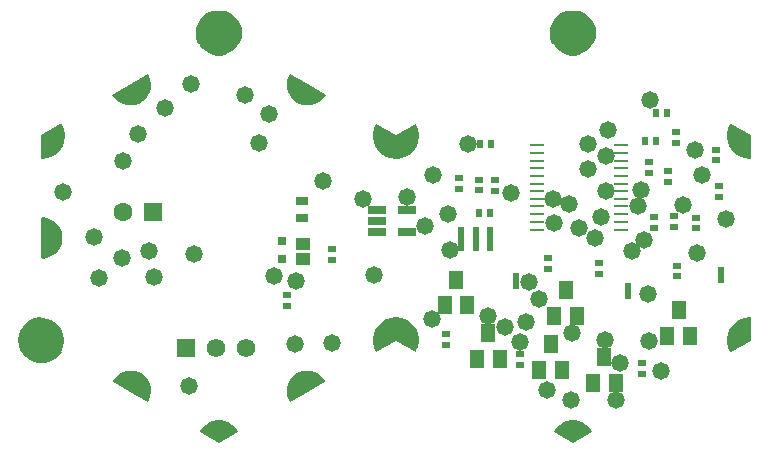
<source format=gbr>
%FSTAX23Y23*%
%MOIN*%
%SFA1B1*%

%IPPOS*%
%AMD40*
4,1,8,-0.011800,0.020500,-0.011800,0.020500,-0.020500,-0.011800,-0.020500,-0.011800,0.011900,-0.020500,0.011900,-0.020500,0.020500,0.011800,0.020500,0.011800,-0.011800,0.020500,0.0*
1,1,0.047370,0.000000,0.000000*
1,1,0.047370,0.000000,0.000000*
1,1,0.047370,0.000000,0.000000*
1,1,0.047370,0.000000,0.000000*
%
%AMD41*
4,1,8,-0.023700,0.000000,-0.023700,0.000000,0.000000,-0.023700,0.000000,-0.023700,0.023700,0.000000,0.023700,0.000000,0.000000,0.023700,0.000000,0.023700,-0.023700,0.000000,0.0*
1,1,0.047370,0.000000,0.000000*
1,1,0.047370,0.000000,0.000000*
1,1,0.047370,0.000000,0.000000*
1,1,0.047370,0.000000,0.000000*
%
%AMD42*
4,1,8,0.011900,0.020500,0.011900,0.020500,-0.020500,0.011800,-0.020500,0.011800,-0.011900,-0.020500,-0.011900,-0.020500,0.020500,-0.011900,0.020500,-0.011900,0.011900,0.020500,0.0*
1,1,0.047370,0.000000,0.000000*
1,1,0.047370,0.000000,0.000000*
1,1,0.047370,0.000000,0.000000*
1,1,0.047370,0.000000,0.000000*
%
%ADD23R,0.022000X0.052000*%
%ADD26R,0.045716X0.010661*%
%ADD32R,0.031496X0.031496*%
%ADD33R,0.063118X0.031622*%
%ADD34R,0.024016X0.025984*%
%ADD35R,0.048000X0.063000*%
%ADD36R,0.031496X0.024016*%
%ADD37R,0.023748X0.082803*%
%ADD38R,0.038976X0.029134*%
%ADD39R,0.045401X0.039496*%
G04~CAMADD=40~8~0.0~0.0~473.7~473.7~236.9~0.0~15~0.0~0.0~0.0~0.0~0~0.0~0.0~0.0~0.0~0~0.0~0.0~0.0~30.0~474.0~473.0*
%ADD40D40*%
G04~CAMADD=41~8~0.0~0.0~473.7~473.7~236.9~0.0~15~0.0~0.0~0.0~0.0~0~0.0~0.0~0.0~0.0~0~0.0~0.0~0.0~90.0~474.0~473.0*
%ADD41D41*%
G04~CAMADD=42~8~0.0~0.0~473.7~473.7~236.9~0.0~15~0.0~0.0~0.0~0.0~0~0.0~0.0~0.0~0.0~0~0.0~0.0~0.0~330.0~474.0~473.0*
%ADD42D42*%
%ADD43C,0.063118*%
%ADD44R,0.063118X0.063118*%
%ADD45C,0.061811*%
%ADD46R,0.061811X0.061811*%
%ADD47C,0.058000*%
G36*
X00604Y00755D02*
X00619Y00749D01*
X00632Y00739*
X00643Y00728*
X00651Y00714*
X00656Y00699*
X00658Y00683*
X00657Y00667*
X00652Y00652*
X00648Y00645*
X00581Y00684*
X00645Y00647*
X00642Y00641*
X00633Y00631*
X00624Y00622*
X00612Y00615*
X006Y00611*
X00587Y00608*
X00574*
X00561Y00611*
X00549Y00615*
X00538Y00622*
X00528Y00631*
X0052Y00641*
X00516Y00647*
X00513Y00645*
X00509Y00652*
X00505Y00667*
X00503Y00683*
X00505Y00699*
X0051Y00714*
X00519Y00728*
X00529Y00739*
X00542Y00749*
X00557Y00755*
X00573Y00758*
X00589*
X00604Y00755*
G37*
G36*
X-00576D02*
X-00561Y00749D01*
X-00548Y00739*
X-00537Y00728*
X-00529Y00714*
X-00524Y00699*
X-00522Y00683*
X-00523Y00667*
X-00528Y00652*
X-00532Y00645*
X-006Y00684*
X-00535Y00647*
X-00538Y00641*
X-00547Y00631*
X-00557Y00622*
X-00568Y00615*
X-0058Y00611*
X-00593Y00608*
X-00606*
X-00619Y00611*
X-00631Y00615*
X-00643Y00622*
X-00652Y00631*
X-00661Y00641*
X-00664Y00647*
X-00667Y00645*
X-00671Y00652*
X-00676Y00667*
X-00677Y00683*
X-00675Y00699*
X-0067Y00714*
X-00662Y00728*
X-00651Y00739*
X-00638Y00749*
X-00623Y00755*
X-00607Y00758*
X-00592*
X-00576Y00755*
G37*
G36*
X-00363Y00547D02*
X-00363Y00547D01*
X-00303Y00513*
X-00244Y00478*
X-00244Y00478*
X-00244Y00478*
X-00247Y00472*
X-00256Y00462*
X-00267Y00453*
X-00279Y00447*
X-00292Y00443*
X-00306Y00442*
X-0032Y00443*
X-00333Y00448*
X-00339Y00451*
X-00345Y00455*
X-00355Y00464*
X-00363Y00475*
X-00369Y00487*
X-00373Y00501*
X-00374Y00515*
X-00371Y00528*
X-00367Y00541*
X-00363Y00547*
X-00363Y00547*
G37*
G36*
X-00833Y00541D02*
X-00828Y00528D01*
X-00826Y00515*
X-00826Y00501*
X-0083Y00487*
X-00836Y00475*
X-00844Y00464*
X-00854Y00455*
X-00866Y00448*
X-00879Y00443*
X-00893Y00442*
X-00907Y00443*
X-0092Y00447*
X-00932Y00453*
X-00943Y00462*
X-00952Y00472*
X-00955Y00478*
X-00836Y00547*
X-00833Y00541*
G37*
G36*
X-01124Y00381D02*
D01*
G37*
G36*
X-01121Y00375D02*
X-01116Y00362D01*
X-01113Y00348*
X-01113Y00335*
X-01115Y00321*
X-0112Y00308*
X-01127Y00296*
X-01136Y00285*
X-01146Y00277*
X-01159Y0027*
X-01172Y00265*
X-01185Y00263*
X-01192Y00264*
X-01192Y00267*
X-01192*
X-01192Y00342*
X-01128Y00379*
X-01128Y00379*
X-01124Y00381*
X-01121Y00375*
G37*
G36*
X01109Y00379D02*
X01109Y00379D01*
X01173Y00342*
X01173Y00267*
X01173Y00267*
Y00264*
X01166Y00264*
X01153Y00266*
X0114Y0027*
X01128Y00277*
X01117Y00286*
X01108Y00296*
X01101Y00308*
X01096Y00321*
X01094Y00335*
X01094Y00348*
X01097Y00362*
X01102Y00375*
X01105Y00381*
X01109Y00379*
G37*
G36*
X-00009Y00343D02*
X00056Y00381D01*
X00059Y00375*
X00064Y00362*
X00067Y00348*
X00067Y00335*
X00065Y00321*
X0006Y00308*
X00053Y00296*
X00044Y00286*
X00034Y00277*
X00022Y0027*
X00009Y00266*
X-00004Y00264*
X-00009Y00264*
X-00014Y00264*
X-00027Y00266*
X-00041Y0027*
X-00053Y00277*
X-00063Y00286*
X-00072Y00296*
X-00079Y00308*
X-00084Y00321*
X-00086Y00335*
X-00086Y00348*
X-00083Y00362*
X-00078Y00375*
X-00075Y00381*
X-00009Y00343*
G37*
G36*
X-01171Y00066D02*
X-01159Y00061D01*
X-01147Y00054*
X-01137Y00044*
X-01129Y00033*
X-01124Y0002*
X-01121Y00006*
Y-00006*
X-01124Y-0002*
X-01129Y-00033*
X-01137Y-00044*
X-01147Y-00054*
X-01159Y-00061*
X-01171Y-00066*
X-01172Y-00066*
X-01172Y-00066*
X-01185Y-00069*
X-01192Y-00068*
X-01192Y00068*
X-01192Y00068*
Y00068*
X-01185Y00069*
X-01171Y00066*
G37*
G36*
X00009Y-00266D02*
X00022Y-0027D01*
X00034Y-00277*
X00044Y-00286*
X00053Y-00296*
X0006Y-00308*
X00065Y-00321*
X00067Y-00335*
X00067Y-00348*
X00064Y-00362*
X00059Y-00375*
X00056Y-00381*
X-00009Y-00343*
X-00075Y-00381*
X-00078Y-00375*
X-00083Y-00362*
X-00086Y-00348*
X-00086Y-00335*
X-00084Y-00321*
X-00079Y-00308*
X-00072Y-00296*
X-00063Y-00286*
X-00053Y-00277*
X-00041Y-0027*
X-00027Y-00266*
X-00014Y-00264*
X-00009Y-00264*
X-00004Y-00264*
X00009Y-00266*
G37*
G36*
X01173Y-00264D02*
Y-00267D01*
X01173Y-00267*
X01173Y-00342*
X01109Y-00379*
X01109Y-00379*
X01105Y-00381*
X01102Y-00375*
X01097Y-00362*
X01094Y-00348*
X01094Y-00335*
X01096Y-00321*
X01101Y-00308*
X01108Y-00296*
X01117Y-00286*
X01128Y-00277*
X0114Y-0027*
X01153Y-00266*
X01166Y-00264*
X01173Y-00264*
G37*
G36*
X00056Y-00381D02*
D01*
G37*
G36*
X-01192Y-00267D02*
X-01186Y-00267D01*
X-01173Y-00269*
X-0116Y-00274*
X-01149Y-0028*
X-01139Y-00288*
X-0113Y-00298*
X-01124Y-0031*
X-01119Y-00322*
X-01117Y-00335*
X-01117Y-00348*
X-0112Y-00361*
X-01124Y-00373*
X-01128Y-00379*
X-01124Y-00381*
X-01129Y-00387*
X-0114Y-00399*
X-01153Y-00408*
X-01167Y-00414*
X-01183Y-00418*
X-01199Y-00417*
X-01215Y-00414*
X-01229Y-00407*
X-01242Y-00398*
X-01253Y-00386*
X-01261Y-00372*
X-01266Y-00357*
X-01268Y-00341*
X-01266Y-00325*
X-01261Y-0031*
X-01253Y-00296*
X-01243Y-00284*
X-0123Y-00274*
X-01216Y-00267*
X-012Y-00264*
X-01192Y-00264*
X-01192Y-00267*
G37*
G36*
X-00292Y-00443D02*
X-00279Y-00447D01*
X-00267Y-00453*
X-00256Y-00462*
X-00247Y-00472*
X-00244Y-00478*
X-00303Y-00513*
X-00363Y-00547*
X-00366Y-00541*
X-00371Y-00528*
X-00373Y-00515*
X-00373Y-00501*
X-00369Y-00487*
X-00363Y-00475*
X-00355Y-00464*
X-00345Y-00455*
X-00333Y-00448*
X-0032Y-00443*
X-00306Y-00442*
X-00292Y-00443*
G37*
G36*
X-00879Y-00443D02*
X-00866Y-00448D01*
X-0086Y-00451*
X-00854Y-00455*
X-00844Y-00464*
X-00836Y-00475*
X-0083Y-00487*
X-00826Y-00501*
X-00825Y-00515*
X-00828Y-00528*
X-00832Y-00541*
X-00836Y-00547*
X-00836Y-00547*
X-00836Y-00547*
X-00896Y-00513*
X-00955Y-00478*
X-00955Y-00478*
X-00955Y-00478*
X-00952Y-00472*
X-00943Y-00462*
X-00932Y-00453*
X-0092Y-00447*
X-00907Y-00443*
X-00893Y-00442*
X-00879Y-00443*
G37*
G36*
X006Y-00611D02*
X00612Y-00615D01*
X00624Y-00622*
X00633Y-00631*
X00642Y-00641*
X00645Y-00647*
X00581Y-00684*
X00516Y-00647*
X0052Y-00641*
X00528Y-00631*
X00538Y-00622*
X00549Y-00615*
X00561Y-00611*
X00574Y-00608*
X00587*
X006Y-00611*
G37*
G36*
X-0058D02*
X-00568Y-00615D01*
X-00557Y-00622*
X-00547Y-00631*
X-00538Y-00641*
X-00535Y-00647*
X-006Y-00684*
X-00664Y-00647*
X-00661Y-00641*
X-00652Y-00631*
X-00643Y-00622*
X-00631Y-00615*
X-00619Y-00611*
X-00606Y-00608*
X-00593*
X-0058Y-00611*
G37*
G54D23*
X00764Y-00177D03*
X0039Y-00142D03*
X01074Y-00123D03*
G54D26*
X0046Y00053D03*
Y00309D03*
Y00079D03*
X00742Y00156D03*
Y00028D03*
Y00233D03*
Y00079D03*
Y00105D03*
Y00053D03*
Y00258D03*
Y00284D03*
Y0013D03*
Y00309D03*
Y00207D03*
Y00181D03*
X0046Y00028D03*
Y00105D03*
Y0013D03*
Y00156D03*
Y00181D03*
Y00207D03*
Y00233D03*
Y00258D03*
Y00284D03*
G54D32*
X-00389Y-00069D03*
Y-0001D03*
G54D33*
X00026Y00093D03*
Y00019D03*
X-00071D03*
Y00056D03*
Y00093D03*
G54D34*
X00894Y00417D03*
X00859D03*
X00303Y00082D03*
X00268D03*
X00272Y00312D03*
X00856Y00323D03*
X00821D03*
X00307Y00312D03*
G54D35*
X00299Y-00317D03*
X00261Y-00404D03*
X00336D03*
X00556Y-00172D03*
X00518Y-00259D03*
X00593D03*
X00506Y-00354D03*
X00933Y-00241D03*
X00685Y-00396D03*
X00648Y-00482D03*
X00723D03*
X00543Y-00441D03*
X00192Y-00139D03*
X00154Y-00225D03*
X00229D03*
X00895Y-00328D03*
X00468Y-00441D03*
X0097Y-00328D03*
G54D36*
X00268Y00194D03*
Y00159D03*
X00322Y00192D03*
Y00157D03*
X002Y00199D03*
Y00164D03*
X01068Y00136D03*
X00924Y00354D03*
X00916Y00072D03*
X00667Y-0012D03*
Y-00084D03*
X00496Y-00067D03*
X00928Y-00092D03*
Y-00128D03*
X00991Y00067D03*
X0081Y-00454D03*
X01068Y00172D03*
X00405Y-00387D03*
X00156Y-00321D03*
X0081Y-00418D03*
X00835Y00218D03*
X01056Y00259D03*
X00496Y-00103D03*
X00405Y-00423D03*
X00991Y00032D03*
X00156Y-00356D03*
X00896Y00188D03*
X0085Y00034D03*
X00916Y00036D03*
X00835Y00254D03*
X-00223Y-00072D03*
Y-00037D03*
X0085Y00069D03*
X00896Y00224D03*
X-00374Y-00191D03*
Y-00227D03*
X00924Y00318D03*
X01056Y00294D03*
G54D37*
X00303Y-00002D03*
X00256D03*
X00209D03*
G54D38*
X-00321Y00068D03*
Y00123D03*
G54D39*
X-00319Y-0002D03*
Y-00069D03*
G54D40*
X01144Y00325D03*
X-01163Y-00325D03*
X-00881Y-00487D03*
X-00318Y00487D03*
G54D41*
X00581Y0065D03*
Y-0065D03*
X-00006Y00305D03*
X-006Y0065D03*
X-00006Y-00305D03*
X-006Y-0065D03*
X-00318Y-00487D03*
X-00881Y00487D03*
G54D42*
X01144Y-00325D03*
X-01163Y00325D03*
X-01163Y0D03*
G54D43*
X-00918Y00086D03*
G54D44*
X-0082Y00086D03*
G54D45*
X-00508Y-00366D03*
X-00608D03*
G54D46*
X-00708Y-00366D03*
G54D47*
X-00681Y-00054D03*
X00632Y00313D03*
X00631Y0023D03*
X00698Y0036D03*
X0069Y00274D03*
X00424Y-0028D03*
X00404Y-00347D03*
X-00465Y00315D03*
X-01017Y00004D03*
X-00869Y00347D03*
X-0078Y00434D03*
X-00434Y00412D03*
X00232Y00312D03*
X-00345Y-00352D03*
X-00221Y-0035D03*
X-007Y-00494D03*
X-00918Y00255D03*
X01092Y00062D03*
X-00252Y00191D03*
X-01118Y00152D03*
X00809Y00161D03*
X-00834Y-00044D03*
X00164Y00079D03*
X00374Y0015D03*
X00602Y00034D03*
X-00817Y-0013D03*
X-00081Y-00123D03*
X00517Y00051D03*
X00819Y-00006D03*
X00299Y-00259D03*
X00493Y-00508D03*
X00832Y-00187D03*
X-0012Y00129D03*
X00353Y-00297D03*
X00433Y-00147D03*
X00874Y-00443D03*
X0101Y00211D03*
X00113Y00209D03*
X00514Y0013D03*
X00086Y00041D03*
X00655Y0D03*
X0011Y-00271D03*
X00673Y0007D03*
X00468Y-00204D03*
X00987Y00294D03*
X-00341Y-00142D03*
X00171Y-0004D03*
X-00923Y-00066D03*
X00569Y00114D03*
X-00998Y-00133D03*
X00739Y-00418D03*
X0069Y00156D03*
X00578Y-00317D03*
X00777Y-00042D03*
X00574Y-0054D03*
X00723D03*
X00028Y00135D03*
X00796Y00107D03*
X00834Y-00345D03*
X00994Y-0005D03*
X00686Y-00339D03*
X00949Y00109D03*
X00837Y00459D03*
X-00511Y00475D03*
X-00417Y-00126D03*
X-00692Y00512D03*
M02*
</source>
